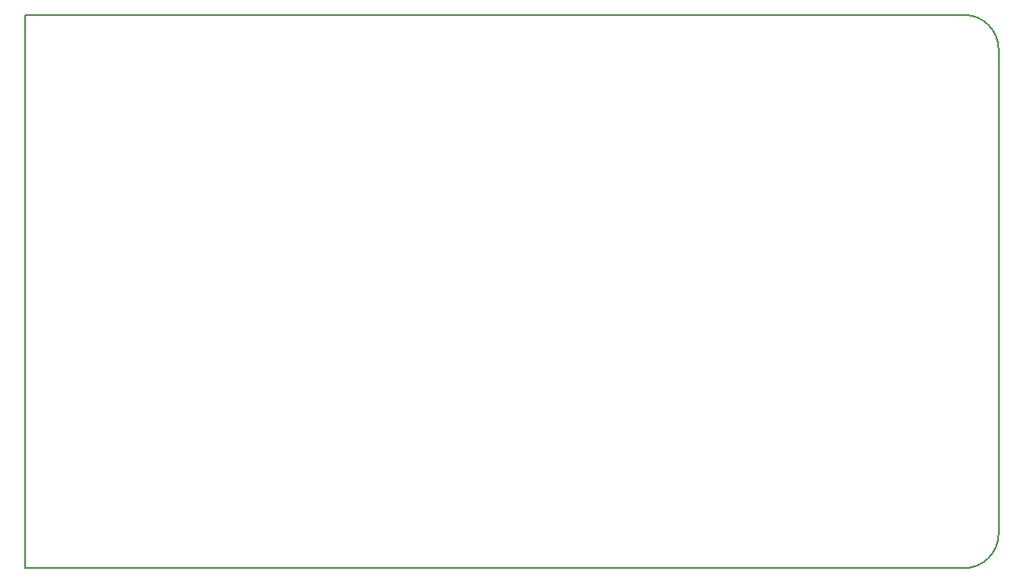
<source format=gbr>
G04 #@! TF.GenerationSoftware,KiCad,Pcbnew,8.0.3*
G04 #@! TF.CreationDate,2024-06-11T21:40:37+02:00*
G04 #@! TF.ProjectId,project,70726f6a-6563-4742-9e6b-696361645f70,rev?*
G04 #@! TF.SameCoordinates,Original*
G04 #@! TF.FileFunction,Profile,NP*
%FSLAX46Y46*%
G04 Gerber Fmt 4.6, Leading zero omitted, Abs format (unit mm)*
G04 Created by KiCad (PCBNEW 8.0.3) date 2024-06-11 21:40:37*
%MOMM*%
%LPD*%
G01*
G04 APERTURE LIST*
G04 #@! TA.AperFunction,Profile*
%ADD10C,0.200000*%
G04 #@! TD*
G04 #@! TA.AperFunction,Profile*
%ADD11C,0.150000*%
G04 #@! TD*
G04 APERTURE END LIST*
D10*
X96000000Y-112000000D02*
X133000000Y-112000000D01*
X96000000Y-56000000D02*
X96000000Y-112000000D01*
D11*
X194500000Y-108500000D02*
G75*
G02*
X191000000Y-112000000I-3500000J0D01*
G01*
X191000000Y-56000000D02*
G75*
G02*
X194500000Y-59500000I0J-3500000D01*
G01*
X191000000Y-112000000D02*
X133000000Y-112000000D01*
X194500000Y-59500000D02*
X194500000Y-108500000D01*
X96000000Y-56000000D02*
X191000000Y-56000000D01*
M02*

</source>
